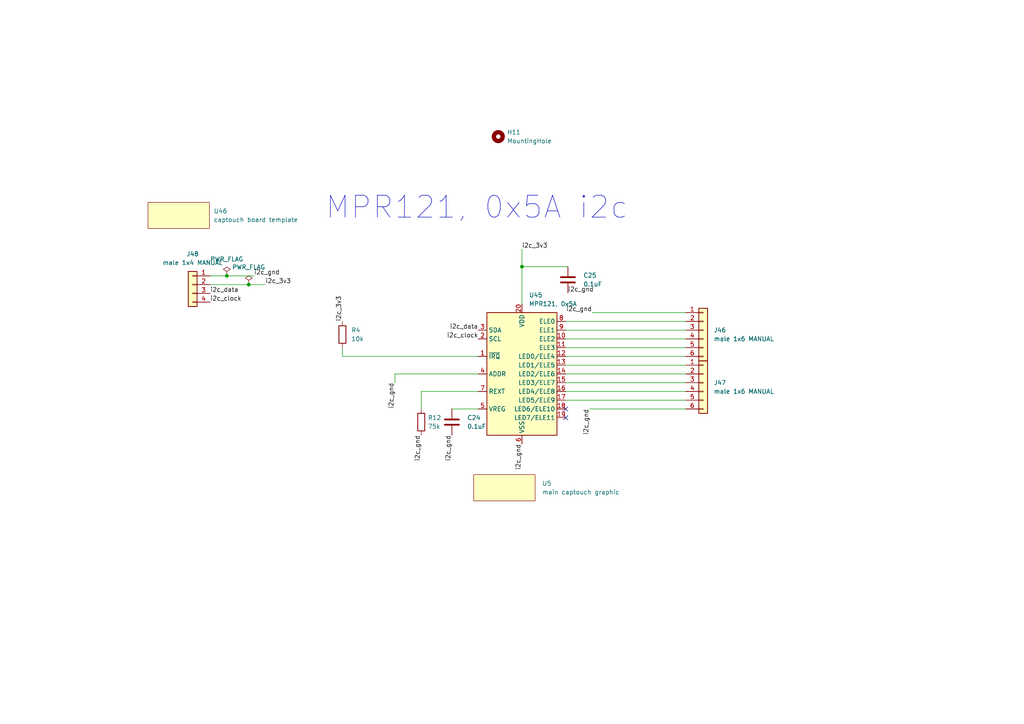
<source format=kicad_sch>
(kicad_sch (version 20211123) (generator eeschema)
  (paper "A4")
  (lib_symbols
    (symbol "Connector_Generic:Conn_01x04" (pin_names (offset 1.016) hide)
      (property "Reference" "J" (at 0 5.08 0))
      (property "Value" "Conn_01x04" (at 0 -7.62 0))
      (symbol "Conn_01x04_1_1"
        (rectangle (start -1.27 -4.953) (end 0 -5.207) (stroke (width 0.1524)))
        (rectangle (start -1.27 -2.413) (end 0 -2.667) (stroke (width 0.1524)))
        (rectangle (start -1.27 0.127) (end 0 -0.127) (stroke (width 0.1524)))
        (rectangle (start -1.27 2.667) (end 0 2.413) (stroke (width 0.1524)))
        (rectangle (start -1.27 3.81) (end 1.27 -6.35) (stroke (width 0.254)) (fill (type background)))
        (pin passive line (at -5.08 2.54 0) (length 3.81) (name "Pin_1") (number "1"))
        (pin passive line (at -5.08 0 0) (length 3.81) (name "Pin_2") (number "2"))
        (pin passive line (at -5.08 -2.54 0) (length 3.81) (name "Pin_3") (number "3"))
        (pin passive line (at -5.08 -5.08 0) (length 3.81) (name "Pin_4") (number "4"))
      )
    )
    (symbol "Connector_Generic:Conn_01x06" (pin_names (offset 1.016) hide)
      (property "Reference" "J" (at 0 7.62 0))
      (property "Value" "Conn_01x06" (at 0 -10.16 0))
      (symbol "Conn_01x06_1_1"
        (rectangle (start -1.27 -7.493) (end 0 -7.747) (stroke (width 0.1524)))
        (rectangle (start -1.27 -4.953) (end 0 -5.207) (stroke (width 0.1524)))
        (rectangle (start -1.27 -2.413) (end 0 -2.667) (stroke (width 0.1524)))
        (rectangle (start -1.27 0.127) (end 0 -0.127) (stroke (width 0.1524)))
        (rectangle (start -1.27 2.667) (end 0 2.413) (stroke (width 0.1524)))
        (rectangle (start -1.27 5.207) (end 0 4.953) (stroke (width 0.1524)))
        (rectangle (start -1.27 6.35) (end 1.27 -8.89) (stroke (width 0.254)) (fill (type background)))
        (pin passive line (at -5.08 5.08 0) (length 3.81) (name "Pin_1") (number "1"))
        (pin passive line (at -5.08 2.54 0) (length 3.81) (name "Pin_2") (number "2"))
        (pin passive line (at -5.08 0 0) (length 3.81) (name "Pin_3") (number "3"))
        (pin passive line (at -5.08 -2.54 0) (length 3.81) (name "Pin_4") (number "4"))
        (pin passive line (at -5.08 -5.08 0) (length 3.81) (name "Pin_5") (number "5"))
        (pin passive line (at -5.08 -7.62 0) (length 3.81) (name "Pin_6") (number "6"))
      )
    )
    (symbol "Device:C" (pin_numbers hide) (pin_names (offset 0.254))
      (property "Reference" "C" (at 0.635 2.54 0))
      (property "Value" "C" (at 0.635 -2.54 0))
      (symbol "C_0_1"
        (polyline (pts (xy -2.032 -0.762) (xy 2.032 -0.762)) (stroke (width 0.508)))
        (polyline (pts (xy -2.032 0.762) (xy 2.032 0.762)) (stroke (width 0.508)))
      )
      (symbol "C_1_1"
        (pin passive line (at 0 3.81 270) (length 2.794) (name "~") (number "1"))
        (pin passive line (at 0 -3.81 90) (length 2.794) (name "~") (number "2"))
      )
    )
    (symbol "Device:R" (pin_numbers hide) (pin_names (offset 0))
      (property "Reference" "R" (at 2.032 0 90))
      (property "Value" "R" (at 0 0 90))
      (symbol "R_0_1"
        (rectangle (start -1.016 -2.54) (end 1.016 2.54) (stroke (width 0.254)))
      )
      (symbol "R_1_1"
        (pin passive line (at 0 3.81 270) (length 1.27) (name "~") (number "1"))
        (pin passive line (at 0 -3.81 90) (length 1.27) (name "~") (number "2"))
      )
    )
    (symbol "Mechanical:MountingHole" (pin_names (offset 1.016))
      (property "Reference" "H" (at 0 5.08 0))
      (property "Value" "MountingHole" (at 0 3.175 0))
      (symbol "MountingHole_0_1"
        (circle (center 0 0) (radius 1.27) (stroke (width 1.27)))
      )
    )
    (symbol "Sensor_Touch:MPR121QR2"
      (property "Reference" "U" (at -10.16 19.05 0))
      (property "Value" "MPR121QR2" (at 6.35 19.05 0))
      (symbol "MPR121QR2_0_1"
        (rectangle (start -10.16 17.78) (end 10.16 -17.78) (stroke (width 0.254)) (fill (type background)))
      )
      (symbol "MPR121QR2_1_1"
        (pin open_collector line (at -12.7 5.08 0) (length 2.54) (name "~{IRQ}") (number "1"))
        (pin passive line (at 12.7 10.16 180) (length 2.54) (name "ELE2") (number "10"))
        (pin passive line (at 12.7 7.62 180) (length 2.54) (name "ELE3") (number "11"))
        (pin passive line (at 12.7 5.08 180) (length 2.54) (name "LED0/ELE4") (number "12"))
        (pin passive line (at 12.7 2.54 180) (length 2.54) (name "LED1/ELE5") (number "13"))
        (pin passive line (at 12.7 0 180) (length 2.54) (name "LED2/ELE6") (number "14"))
        (pin passive line (at 12.7 -2.54 180) (length 2.54) (name "LED3/ELE7") (number "15"))
        (pin passive line (at 12.7 -5.08 180) (length 2.54) (name "LED4/ELE8") (number "16"))
        (pin passive line (at 12.7 -7.62 180) (length 2.54) (name "LED5/ELE9") (number "17"))
        (pin passive line (at 12.7 -10.16 180) (length 2.54) (name "LED6/ELE10") (number "18"))
        (pin passive line (at 12.7 -12.7 180) (length 2.54) (name "LED7/ELE11") (number "19"))
        (pin input line (at -12.7 10.16 0) (length 2.54) (name "SCL") (number "2"))
        (pin power_in line (at 0 20.32 270) (length 2.54) (name "VDD") (number "20"))
        (pin bidirectional line (at -12.7 12.7 0) (length 2.54) (name "SDA") (number "3"))
        (pin input line (at -12.7 0 0) (length 2.54) (name "ADDR") (number "4"))
        (pin passive line (at -12.7 -10.16 0) (length 2.54) (name "VREG") (number "5"))
        (pin power_in line (at 0 -20.32 90) (length 2.54) (name "VSS") (number "6"))
        (pin passive line (at -12.7 -5.08 0) (length 2.54) (name "REXT") (number "7"))
        (pin passive line (at 12.7 15.24 180) (length 2.54) (name "ELE0") (number "8"))
        (pin passive line (at 12.7 12.7 180) (length 2.54) (name "ELE1") (number "9"))
      )
    )
    (symbol "clarinoid2:Placeholder" (in_bom no)
      (property "Reference" "U" (at 0 0 0))
      (property "Value" "Placeholder" (at 0 -1.27 0))
      (symbol "Placeholder_0_1"
        (rectangle (start -8.89 2.54) (end 8.89 -5.08) (fill (type background)))
      )
    )
    (symbol "power:PWR_FLAG" (power) (pin_numbers hide) (pin_names (offset 0) hide)
      (property "Value" "PWR_FLAG" (at 0 3.81 0))
      (symbol "PWR_FLAG_0_0"
        (pin power_out line (at 0 0 90) (length 0) (name "pwr") (number "1"))
      )
      (symbol "PWR_FLAG_0_1"
        (polyline (pts (xy 0 0) (xy 0 1.27) (xy -1.016 1.905) (xy 0 2.54) (xy 1.016 1.905) (xy 0 1.27)))
      )
    )
  )
  (junction (at 151.384 77.343))
  (junction (at 65.786 80.01))
  (junction (at 72.136 82.55))
  (no_connect (at 164.084 118.618))
  (no_connect (at 164.084 121.158))
  (wire (pts (xy 198.882 118.618) (xy 171.069 118.618)))
  (wire (pts (xy 73.66 80.01) (xy 65.786 80.01)))
  (wire (pts (xy 151.384 77.343) (xy 164.719 77.343)))
  (wire (pts (xy 151.384 77.343) (xy 151.384 88.138)))
  (wire (pts (xy 164.084 95.758) (xy 198.882 95.758)))
  (wire (pts (xy 164.084 100.838) (xy 198.882 100.838)))
  (wire (pts (xy 164.084 103.378) (xy 198.882 103.378)))
  (wire (pts (xy 138.684 103.378) (xy 99.314 103.378)))
  (wire (pts (xy 131.064 118.618) (xy 138.684 118.618)))
  (wire (pts (xy 65.786 80.01) (xy 60.96 80.01)))
  (wire (pts (xy 72.136 82.55) (xy 60.96 82.55)))
  (wire (pts (xy 138.684 113.538) (xy 122.174 113.538)))
  (wire (pts (xy 164.084 93.218) (xy 198.882 93.218)))
  (wire (pts (xy 164.084 98.298) (xy 198.882 98.298)))
  (wire (pts (xy 198.882 113.538) (xy 164.084 113.538)))
  (wire (pts (xy 138.684 108.458) (xy 114.554 108.458)))
  (wire (pts (xy 198.882 116.078) (xy 164.084 116.078)))
  (wire (pts (xy 171.704 90.678) (xy 198.882 90.678)))
  (wire (pts (xy 164.084 108.458) (xy 198.882 108.458)))
  (wire (pts (xy 99.314 103.378) (xy 99.314 100.838)))
  (wire (pts (xy 151.384 72.263) (xy 151.384 77.343)))
  (wire (pts (xy 122.174 113.538) (xy 122.174 118.618)))
  (wire (pts (xy 164.084 110.998) (xy 198.882 110.998)))
  (wire (pts (xy 164.084 105.918) (xy 198.882 105.918)))
  (wire (pts (xy 114.554 108.458) (xy 114.554 110.998)))
  (wire (pts (xy 76.962 82.55) (xy 72.136 82.55)))
  (text "MPR121, 0x5A i2c" (at 94.234 64.008 0) (effects (font (size 6.35 6.35)) (justify left bottom)))
  (label "i2c_gnd" (at 122.174 126.238 270))
  (label "i2c_gnd" (at 171.069 118.618 270))
  (label "i2c_3v3" (at 99.314 93.218 90))
  (label "i2c_gnd" (at 73.66 80.01 0))
  (label "i2c_data" (at 138.684 95.758 180))
  (label "i2c_data" (at 60.96 85.09 0))
  (label "i2c_gnd" (at 151.384 128.778 270))
  (label "i2c_3v3" (at 151.384 72.263 0))
  (label "i2c_3v3" (at 76.962 82.55 0))
  (label "i2c_gnd" (at 114.554 110.998 270))
  (label "i2c_gnd" (at 131.064 126.238 270))
  (label "i2c_clock" (at 138.684 98.298 180))
  (label "i2c_gnd" (at 171.704 90.678 180))
  (label "i2c_clock" (at 60.96 87.63 0))
  (label "i2c_gnd" (at 164.719 84.963 0))
  (symbol (lib_id "clarinoid2:Placeholder") (at 51.816 61.214 0) (unit 1) (in_bom no)
    (property "Reference" "U46" (at 61.976 61.2139 0) (effects (justify left)))
    (property "Value" "captouch board template" (at 61.976 63.7539 0) (effects (justify left)))
    (property "Footprint" "clarinoid2:dev board captouch board template" (effects hide))
    (property "verif" "1" (effects hide))
  )
  (symbol (lib_id "Device:C") (at 131.064 122.428 0) (unit 1)
    (property "Reference" "C24" (at 135.509 121.1579 0) (effects (justify left)))
    (property "Value" "0.1uF" (at 135.509 123.6979 0) (effects (justify left)))
    (property "Footprint" "Capacitor_SMD:C_0805_2012Metric" (effects hide))
    (property "LCSC part number" "C49678" (effects hide))
    (property "verif" "1" (effects hide))
    (property "LCSC" "C49678" (effects hide))
  )
  (symbol (lib_id "power:PWR_FLAG") (at 65.786 80.01 0) (unit 1)
    (property "Reference" "#FLG0110" (effects hide))
    (property "Value" "PWR_FLAG" (at 65.786 75.184 0))
  )
  (symbol (lib_id "Device:C") (at 164.719 81.153 0) (unit 1)
    (property "Reference" "C25" (at 169.164 79.8829 0) (effects (justify left)))
    (property "Value" "0.1uF" (at 169.164 82.4229 0) (effects (justify left)))
    (property "Footprint" "Capacitor_SMD:C_0805_2012Metric" (effects hide))
    (property "LCSC part number" "C49678" (effects hide))
    (property "verif" "1" (effects hide))
    (property "LCSC" "C49678" (effects hide))
  )
  (symbol (lib_id "Device:R") (at 122.174 122.428 0) (unit 1)
    (property "Reference" "R12" (at 124.079 121.1579 0) (effects (justify left)))
    (property "Value" "75k" (at 124.079 123.6979 0) (effects (justify left)))
    (property "Footprint" "Resistor_SMD:R_1206_3216Metric" (effects hide))
    (property "LCSC part number" "C17986" (effects hide))
    (property "verif" "1" (effects hide))
    (property "LCSC" "C17986" (effects hide))
  )
  (symbol (lib_id "clarinoid2:Placeholder") (at 146.304 140.208 0) (unit 1) (in_bom no)
    (property "Reference" "U5" (at 157.226 140.2079 0) (effects (justify left)))
    (property "Value" "main captouch graphic" (at 157.226 142.7479 0) (effects (justify left)))
    (property "Footprint" "CapTouchSliders:captouch dev board subboard template" (effects hide))
    (property "verif" "1" (effects hide))
  )
  (symbol (lib_id "Connector_Generic:Conn_01x04") (at 55.88 82.55 0) (mirror y) (unit 1) (in_bom no)
    (property "Reference" "J48" (at 55.88 73.66 0))
    (property "Value" "male 1x4 MANUAL" (at 55.88 76.2 0))
    (property "Footprint" "Connector_PinHeader_2.54mm:PinHeader_1x04_P2.54mm_Vertical" (effects hide))
    (property "verif" "1" (effects hide))
  )
  (symbol (lib_id "Connector_Generic:Conn_01x06") (at 203.962 95.758 0) (unit 1) (in_bom no)
    (property "Reference" "J46" (at 207.01 95.7579 0) (effects (justify left)))
    (property "Value" "male 1x6 MANUAL" (at 207.01 98.2979 0) (effects (justify left)))
    (property "Footprint" "Connector_PinHeader_2.54mm:PinHeader_1x06_P2.54mm_Vertical" (effects hide))
    (property "LCSC part number" "C492405" (effects hide))
    (property "verif" "1" (effects hide))
    (property "LCSC" "C492405" (effects hide))
  )
  (symbol (lib_id "power:PWR_FLAG") (at 72.136 82.55 0) (unit 1)
    (property "Reference" "#FLG0109" (effects hide))
    (property "Value" "PWR_FLAG" (at 72.136 77.47 0))
  )
  (symbol (lib_id "Mechanical:MountingHole") (at 144.526 39.624 0) (unit 1)
    (property "Reference" "H11" (at 147.066 38.3539 0) (effects (justify left)))
    (property "Value" "MountingHole" (at 147.066 40.8939 0) (effects (justify left)))
    (property "Footprint" "MountingHole:MountingHole_3.2mm_M3" (effects hide))
    (property "MANUFACTURER" "Wurth" (effects hide))
    (property "verif" "1" (effects hide))
  )
  (symbol (lib_id "Device:R") (at 99.314 97.028 180) (unit 1)
    (property "Reference" "R4" (at 101.854 95.7579 0) (effects (justify right)))
    (property "Value" "10k" (at 101.854 98.2979 0) (effects (justify right)))
    (property "Footprint" "Resistor_SMD:R_1206_3216Metric" (effects hide))
    (property "LCSC part number" "C17902" (effects hide))
    (property "verif" "1" (effects hide))
    (property "LCSC" "C17902" (effects hide))
  )
  (symbol (lib_id "Connector_Generic:Conn_01x06") (at 203.962 110.998 0) (unit 1) (in_bom no)
    (property "Reference" "J47" (at 207.01 110.9979 0) (effects (justify left)))
    (property "Value" "male 1x6 MANUAL" (at 207.01 113.5379 0) (effects (justify left)))
    (property "Footprint" "Connector_PinHeader_2.54mm:PinHeader_1x06_P2.54mm_Vertical" (effects hide))
    (property "LCSC part number" "C492405" (effects hide))
    (property "verif" "1" (effects hide))
    (property "LCSC" "C492405" (effects hide))
  )
  (symbol (lib_id "Sensor_Touch:MPR121QR2") (at 151.384 108.458 0) (unit 1)
    (property "Reference" "U45" (at 153.4034 85.598 0) (effects (justify left)))
    (property "Value" "MPR121, 0x5A" (at 153.4034 88.138 0) (effects (justify left)))
    (property "Footprint" "Package_DFN_QFN:UQFN-20_3x3mm_P0.4mm" (effects hide))
    (property "Datasheet" "https://resurgentsemi.com/wp-content/uploads/2018/09/MPR121_rev5-Resurgent.pdf?d453f8&d453f8" (effects hide))
    (property "LCSC part number" "C91322" (effects hide))
    (property "verif" "1" (effects hide))
    (property "LCSC" "C91322" (effects hide))
  )
)
</source>
